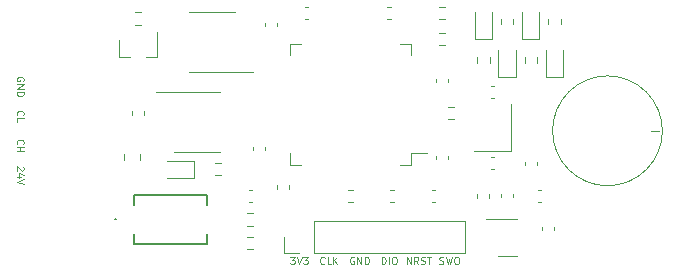
<source format=gbr>
%TF.GenerationSoftware,KiCad,Pcbnew,6.0.6-3a73a75311~116~ubuntu20.04.1*%
%TF.CreationDate,2022-07-05T10:29:56+02:00*%
%TF.ProjectId,Temperature_Tire_Sensor,54656d70-6572-4617-9475-72655f546972,rev?*%
%TF.SameCoordinates,Original*%
%TF.FileFunction,Legend,Top*%
%TF.FilePolarity,Positive*%
%FSLAX46Y46*%
G04 Gerber Fmt 4.6, Leading zero omitted, Abs format (unit mm)*
G04 Created by KiCad (PCBNEW 6.0.6-3a73a75311~116~ubuntu20.04.1) date 2022-07-05 10:29:56*
%MOMM*%
%LPD*%
G01*
G04 APERTURE LIST*
%ADD10C,0.100000*%
%ADD11C,0.120000*%
%ADD12C,0.200000*%
G04 APERTURE END LIST*
D10*
X154350000Y-107000000D02*
X153700000Y-107000000D01*
X100550000Y-102792857D02*
X100578571Y-102735714D01*
X100578571Y-102650000D01*
X100550000Y-102564285D01*
X100492857Y-102507142D01*
X100435714Y-102478571D01*
X100321428Y-102450000D01*
X100235714Y-102450000D01*
X100121428Y-102478571D01*
X100064285Y-102507142D01*
X100007142Y-102564285D01*
X99978571Y-102650000D01*
X99978571Y-102707142D01*
X100007142Y-102792857D01*
X100035714Y-102821428D01*
X100235714Y-102821428D01*
X100235714Y-102707142D01*
X99978571Y-103078571D02*
X100578571Y-103078571D01*
X99978571Y-103421428D01*
X100578571Y-103421428D01*
X99978571Y-103707142D02*
X100578571Y-103707142D01*
X100578571Y-103850000D01*
X100550000Y-103935714D01*
X100492857Y-103992857D01*
X100435714Y-104021428D01*
X100321428Y-104050000D01*
X100235714Y-104050000D01*
X100121428Y-104021428D01*
X100064285Y-103992857D01*
X100007142Y-103935714D01*
X99978571Y-103850000D01*
X99978571Y-103707142D01*
X100035714Y-108121428D02*
X100007142Y-108092857D01*
X99978571Y-108007142D01*
X99978571Y-107950000D01*
X100007142Y-107864285D01*
X100064285Y-107807142D01*
X100121428Y-107778571D01*
X100235714Y-107750000D01*
X100321428Y-107750000D01*
X100435714Y-107778571D01*
X100492857Y-107807142D01*
X100550000Y-107864285D01*
X100578571Y-107950000D01*
X100578571Y-108007142D01*
X100550000Y-108092857D01*
X100521428Y-108121428D01*
X99978571Y-108378571D02*
X100578571Y-108378571D01*
X100292857Y-108378571D02*
X100292857Y-108721428D01*
X99978571Y-108721428D02*
X100578571Y-108721428D01*
X130885714Y-118271428D02*
X130885714Y-117671428D01*
X131028571Y-117671428D01*
X131114285Y-117700000D01*
X131171428Y-117757142D01*
X131200000Y-117814285D01*
X131228571Y-117928571D01*
X131228571Y-118014285D01*
X131200000Y-118128571D01*
X131171428Y-118185714D01*
X131114285Y-118242857D01*
X131028571Y-118271428D01*
X130885714Y-118271428D01*
X131485714Y-118271428D02*
X131485714Y-117671428D01*
X131885714Y-117671428D02*
X132000000Y-117671428D01*
X132057142Y-117700000D01*
X132114285Y-117757142D01*
X132142857Y-117871428D01*
X132142857Y-118071428D01*
X132114285Y-118185714D01*
X132057142Y-118242857D01*
X132000000Y-118271428D01*
X131885714Y-118271428D01*
X131828571Y-118242857D01*
X131771428Y-118185714D01*
X131742857Y-118071428D01*
X131742857Y-117871428D01*
X131771428Y-117757142D01*
X131828571Y-117700000D01*
X131885714Y-117671428D01*
X123157142Y-117671428D02*
X123528571Y-117671428D01*
X123328571Y-117900000D01*
X123414285Y-117900000D01*
X123471428Y-117928571D01*
X123500000Y-117957142D01*
X123528571Y-118014285D01*
X123528571Y-118157142D01*
X123500000Y-118214285D01*
X123471428Y-118242857D01*
X123414285Y-118271428D01*
X123242857Y-118271428D01*
X123185714Y-118242857D01*
X123157142Y-118214285D01*
X123700000Y-117671428D02*
X123900000Y-118271428D01*
X124100000Y-117671428D01*
X124242857Y-117671428D02*
X124614285Y-117671428D01*
X124414285Y-117900000D01*
X124500000Y-117900000D01*
X124557142Y-117928571D01*
X124585714Y-117957142D01*
X124614285Y-118014285D01*
X124614285Y-118157142D01*
X124585714Y-118214285D01*
X124557142Y-118242857D01*
X124500000Y-118271428D01*
X124328571Y-118271428D01*
X124271428Y-118242857D01*
X124242857Y-118214285D01*
X135771428Y-118242857D02*
X135857142Y-118271428D01*
X136000000Y-118271428D01*
X136057142Y-118242857D01*
X136085714Y-118214285D01*
X136114285Y-118157142D01*
X136114285Y-118100000D01*
X136085714Y-118042857D01*
X136057142Y-118014285D01*
X136000000Y-117985714D01*
X135885714Y-117957142D01*
X135828571Y-117928571D01*
X135800000Y-117900000D01*
X135771428Y-117842857D01*
X135771428Y-117785714D01*
X135800000Y-117728571D01*
X135828571Y-117700000D01*
X135885714Y-117671428D01*
X136028571Y-117671428D01*
X136114285Y-117700000D01*
X136314285Y-117671428D02*
X136457142Y-118271428D01*
X136571428Y-117842857D01*
X136685714Y-118271428D01*
X136828571Y-117671428D01*
X137171428Y-117671428D02*
X137285714Y-117671428D01*
X137342857Y-117700000D01*
X137400000Y-117757142D01*
X137428571Y-117871428D01*
X137428571Y-118071428D01*
X137400000Y-118185714D01*
X137342857Y-118242857D01*
X137285714Y-118271428D01*
X137171428Y-118271428D01*
X137114285Y-118242857D01*
X137057142Y-118185714D01*
X137028571Y-118071428D01*
X137028571Y-117871428D01*
X137057142Y-117757142D01*
X137114285Y-117700000D01*
X137171428Y-117671428D01*
X100521428Y-110035714D02*
X100550000Y-110064285D01*
X100578571Y-110121428D01*
X100578571Y-110264285D01*
X100550000Y-110321428D01*
X100521428Y-110350000D01*
X100464285Y-110378571D01*
X100407142Y-110378571D01*
X100321428Y-110350000D01*
X99978571Y-110007142D01*
X99978571Y-110378571D01*
X100378571Y-110892857D02*
X99978571Y-110892857D01*
X100607142Y-110750000D02*
X100178571Y-110607142D01*
X100178571Y-110978571D01*
X100578571Y-111121428D02*
X99978571Y-111321428D01*
X100578571Y-111521428D01*
X128542857Y-117700000D02*
X128485714Y-117671428D01*
X128400000Y-117671428D01*
X128314285Y-117700000D01*
X128257142Y-117757142D01*
X128228571Y-117814285D01*
X128200000Y-117928571D01*
X128200000Y-118014285D01*
X128228571Y-118128571D01*
X128257142Y-118185714D01*
X128314285Y-118242857D01*
X128400000Y-118271428D01*
X128457142Y-118271428D01*
X128542857Y-118242857D01*
X128571428Y-118214285D01*
X128571428Y-118014285D01*
X128457142Y-118014285D01*
X128828571Y-118271428D02*
X128828571Y-117671428D01*
X129171428Y-118271428D01*
X129171428Y-117671428D01*
X129457142Y-118271428D02*
X129457142Y-117671428D01*
X129600000Y-117671428D01*
X129685714Y-117700000D01*
X129742857Y-117757142D01*
X129771428Y-117814285D01*
X129800000Y-117928571D01*
X129800000Y-118014285D01*
X129771428Y-118128571D01*
X129742857Y-118185714D01*
X129685714Y-118242857D01*
X129600000Y-118271428D01*
X129457142Y-118271428D01*
X126042857Y-118214285D02*
X126014285Y-118242857D01*
X125928571Y-118271428D01*
X125871428Y-118271428D01*
X125785714Y-118242857D01*
X125728571Y-118185714D01*
X125700000Y-118128571D01*
X125671428Y-118014285D01*
X125671428Y-117928571D01*
X125700000Y-117814285D01*
X125728571Y-117757142D01*
X125785714Y-117700000D01*
X125871428Y-117671428D01*
X125928571Y-117671428D01*
X126014285Y-117700000D01*
X126042857Y-117728571D01*
X126585714Y-118271428D02*
X126300000Y-118271428D01*
X126300000Y-117671428D01*
X126785714Y-118271428D02*
X126785714Y-117671428D01*
X127128571Y-118271428D02*
X126871428Y-117928571D01*
X127128571Y-117671428D02*
X126785714Y-118014285D01*
X133014285Y-118271428D02*
X133014285Y-117671428D01*
X133357142Y-118271428D01*
X133357142Y-117671428D01*
X133985714Y-118271428D02*
X133785714Y-117985714D01*
X133642857Y-118271428D02*
X133642857Y-117671428D01*
X133871428Y-117671428D01*
X133928571Y-117700000D01*
X133957142Y-117728571D01*
X133985714Y-117785714D01*
X133985714Y-117871428D01*
X133957142Y-117928571D01*
X133928571Y-117957142D01*
X133871428Y-117985714D01*
X133642857Y-117985714D01*
X134214285Y-118242857D02*
X134300000Y-118271428D01*
X134442857Y-118271428D01*
X134500000Y-118242857D01*
X134528571Y-118214285D01*
X134557142Y-118157142D01*
X134557142Y-118100000D01*
X134528571Y-118042857D01*
X134500000Y-118014285D01*
X134442857Y-117985714D01*
X134328571Y-117957142D01*
X134271428Y-117928571D01*
X134242857Y-117900000D01*
X134214285Y-117842857D01*
X134214285Y-117785714D01*
X134242857Y-117728571D01*
X134271428Y-117700000D01*
X134328571Y-117671428D01*
X134471428Y-117671428D01*
X134557142Y-117700000D01*
X134728571Y-117671428D02*
X135071428Y-117671428D01*
X134900000Y-118271428D02*
X134900000Y-117671428D01*
X100035714Y-105692857D02*
X100007142Y-105664285D01*
X99978571Y-105578571D01*
X99978571Y-105521428D01*
X100007142Y-105435714D01*
X100064285Y-105378571D01*
X100121428Y-105350000D01*
X100235714Y-105321428D01*
X100321428Y-105321428D01*
X100435714Y-105350000D01*
X100492857Y-105378571D01*
X100550000Y-105435714D01*
X100578571Y-105521428D01*
X100578571Y-105578571D01*
X100550000Y-105664285D01*
X100521428Y-105692857D01*
X99978571Y-106235714D02*
X99978571Y-105950000D01*
X100578571Y-105950000D01*
D11*
%TO.C,C13*%
X109740000Y-105640580D02*
X109740000Y-105359420D01*
X110760000Y-105640580D02*
X110760000Y-105359420D01*
%TO.C,U2*%
X115250000Y-103690000D02*
X111800000Y-103690000D01*
X115250000Y-108810000D02*
X117200000Y-108810000D01*
X115250000Y-103690000D02*
X117200000Y-103690000D01*
X115250000Y-108810000D02*
X113300000Y-108810000D01*
%TO.C,C1*%
X119890580Y-112012000D02*
X119609420Y-112012000D01*
X119890580Y-113032000D02*
X119609420Y-113032000D01*
%TO.C,C6*%
X131359420Y-97510000D02*
X131640580Y-97510000D01*
X131359420Y-96490000D02*
X131640580Y-96490000D01*
%TO.C,U1*%
X132410000Y-99640000D02*
X133360000Y-99640000D01*
X124090000Y-99640000D02*
X123140000Y-99640000D01*
X124090000Y-109860000D02*
X123140000Y-109860000D01*
X133360000Y-99640000D02*
X133360000Y-100590000D01*
X132410000Y-109860000D02*
X133360000Y-109860000D01*
X123140000Y-99640000D02*
X123140000Y-100590000D01*
X133360000Y-108910000D02*
X134700000Y-108910000D01*
X123140000Y-109860000D02*
X123140000Y-108910000D01*
X133360000Y-109860000D02*
X133360000Y-108910000D01*
%TO.C,R5*%
X136237258Y-98727500D02*
X135762742Y-98727500D01*
X136237258Y-99772500D02*
X135762742Y-99772500D01*
%TO.C,U3*%
X141500000Y-114440000D02*
X142300000Y-114440000D01*
X141500000Y-114440000D02*
X139700000Y-114440000D01*
X141500000Y-117560000D02*
X142300000Y-117560000D01*
X141500000Y-117560000D02*
X140700000Y-117560000D01*
%TO.C,C3*%
X135490000Y-109109420D02*
X135490000Y-109390580D01*
X136510000Y-109109420D02*
X136510000Y-109390580D01*
%TO.C,R8*%
X140022500Y-101237258D02*
X140022500Y-100762742D01*
X138977500Y-101237258D02*
X138977500Y-100762742D01*
%TO.C,C14*%
X144010000Y-109890580D02*
X144010000Y-109609420D01*
X142990000Y-109890580D02*
X142990000Y-109609420D01*
%TO.C,D3*%
X140765000Y-102485000D02*
X142235000Y-102485000D01*
X140765000Y-100200000D02*
X140765000Y-102485000D01*
X142235000Y-102485000D02*
X142235000Y-100200000D01*
D12*
%TO.C,SW1*%
X109900000Y-116550000D02*
X116100000Y-116550000D01*
X108400000Y-114500000D02*
X108400000Y-114500000D01*
X108300000Y-114500000D02*
X108300000Y-114500000D01*
X109900000Y-115700000D02*
X109900000Y-116550000D01*
X109900000Y-113300000D02*
X109900000Y-112450000D01*
X108300000Y-114500000D02*
X108300000Y-114500000D01*
X109900000Y-112450000D02*
X116100000Y-112450000D01*
X116100000Y-116550000D02*
X116100000Y-115700000D01*
X116100000Y-112450000D02*
X116100000Y-113300000D01*
X108300000Y-114500000D02*
G75*
G03*
X108400000Y-114500000I50000J0D01*
G01*
X108300000Y-114500000D02*
G75*
G03*
X108400000Y-114500000I50000J0D01*
G01*
X108400000Y-114500000D02*
G75*
G03*
X108300000Y-114500000I-50000J0D01*
G01*
D11*
%TO.C,C5*%
X140390580Y-109240000D02*
X140109420Y-109240000D01*
X140390580Y-110260000D02*
X140109420Y-110260000D01*
%TO.C,D1*%
X144235000Y-99235000D02*
X144235000Y-96950000D01*
X142765000Y-99235000D02*
X144235000Y-99235000D01*
X142765000Y-96950000D02*
X142765000Y-99235000D01*
%TO.C,FB4*%
X120990000Y-97837221D02*
X120990000Y-98162779D01*
X122010000Y-97837221D02*
X122010000Y-98162779D01*
%TO.C,C7*%
X140109420Y-103240000D02*
X140390580Y-103240000D01*
X140109420Y-104260000D02*
X140390580Y-104260000D01*
%TO.C,R12*%
X116762742Y-110772500D02*
X117237258Y-110772500D01*
X116762742Y-109727500D02*
X117237258Y-109727500D01*
%TO.C,R7*%
X110012742Y-96977500D02*
X110487258Y-96977500D01*
X110012742Y-98022500D02*
X110487258Y-98022500D01*
%TO.C,C10*%
X131890580Y-113010000D02*
X131609420Y-113010000D01*
X131890580Y-111990000D02*
X131609420Y-111990000D01*
%TO.C,C2*%
X135109420Y-113010000D02*
X135390580Y-113010000D01*
X135109420Y-111990000D02*
X135390580Y-111990000D01*
%TO.C,U4*%
X116500000Y-96940000D02*
X114550000Y-96940000D01*
X116500000Y-102060000D02*
X114550000Y-102060000D01*
X116500000Y-96940000D02*
X118450000Y-96940000D01*
X116500000Y-102060000D02*
X119950000Y-102060000D01*
%TO.C,R10*%
X119987258Y-117022500D02*
X119512742Y-117022500D01*
X119987258Y-115977500D02*
X119512742Y-115977500D01*
%TO.C,C9*%
X119990000Y-108640580D02*
X119990000Y-108359420D01*
X121010000Y-108640580D02*
X121010000Y-108359420D01*
%TO.C,D4*%
X146235000Y-102485000D02*
X146235000Y-100200000D01*
X144765000Y-100200000D02*
X144765000Y-102485000D01*
X144765000Y-102485000D02*
X146235000Y-102485000D01*
%TO.C,R6*%
X136237258Y-96477500D02*
X135762742Y-96477500D01*
X136237258Y-97522500D02*
X135762742Y-97522500D01*
%TO.C,D6*%
X114985000Y-109515000D02*
X112700000Y-109515000D01*
X112700000Y-110985000D02*
X114985000Y-110985000D01*
X114985000Y-110985000D02*
X114985000Y-109515000D01*
%TO.C,R3*%
X119512742Y-115022500D02*
X119987258Y-115022500D01*
X119512742Y-113977500D02*
X119987258Y-113977500D01*
%TO.C,R1*%
X128487258Y-111977500D02*
X128012742Y-111977500D01*
X128487258Y-113022500D02*
X128012742Y-113022500D01*
%TO.C,D5*%
X138765000Y-99235000D02*
X140235000Y-99235000D01*
X138765000Y-96950000D02*
X138765000Y-99235000D01*
X140235000Y-99235000D02*
X140235000Y-96950000D01*
%TO.C,F1*%
X109040000Y-109508578D02*
X109040000Y-108991422D01*
X110460000Y-109508578D02*
X110460000Y-108991422D01*
%TO.C,R4*%
X136512742Y-106022500D02*
X136987258Y-106022500D01*
X136512742Y-104977500D02*
X136987258Y-104977500D01*
%TO.C,D2*%
X111830000Y-100760000D02*
X111830000Y-98600000D01*
X108670000Y-100760000D02*
X109600000Y-100760000D01*
X108670000Y-100760000D02*
X108670000Y-99300000D01*
X111830000Y-100760000D02*
X110900000Y-100760000D01*
%TO.C,C12*%
X144490000Y-115109420D02*
X144490000Y-115390580D01*
X145510000Y-115109420D02*
X145510000Y-115390580D01*
D10*
%TO.C,IC1*%
X146711953Y-110288047D02*
X146711953Y-110288047D01*
X153288046Y-103711954D02*
X153288046Y-103711954D01*
X146711954Y-110288046D02*
G75*
G03*
X153288046Y-103711954I3288046J3288046D01*
G01*
X153288047Y-103711953D02*
G75*
G03*
X146711953Y-110288047I-3288047J-3288047D01*
G01*
D11*
%TO.C,R2*%
X146022500Y-97987258D02*
X146022500Y-97512742D01*
X144977500Y-97987258D02*
X144977500Y-97512742D01*
%TO.C,FB2*%
X140010000Y-112337221D02*
X140010000Y-112662779D01*
X138990000Y-112337221D02*
X138990000Y-112662779D01*
%TO.C,C8*%
X124359420Y-97510000D02*
X124640580Y-97510000D01*
X124359420Y-96490000D02*
X124640580Y-96490000D01*
%TO.C,J1*%
X125170000Y-114670000D02*
X137930000Y-114670000D01*
X125170000Y-117330000D02*
X137930000Y-117330000D01*
X123900000Y-117330000D02*
X122570000Y-117330000D01*
X137930000Y-117330000D02*
X137930000Y-114670000D01*
X122570000Y-117330000D02*
X122570000Y-116000000D01*
X125170000Y-117330000D02*
X125170000Y-114670000D01*
%TO.C,C4*%
X135492000Y-102609420D02*
X135492000Y-102890580D01*
X136512000Y-102609420D02*
X136512000Y-102890580D01*
%TO.C,Y1*%
X138675000Y-108750000D02*
X141825000Y-108750000D01*
X141825000Y-108750000D02*
X141825000Y-104750000D01*
%TO.C,R9*%
X142977500Y-101237258D02*
X142977500Y-100762742D01*
X144022500Y-101237258D02*
X144022500Y-100762742D01*
%TO.C,C11*%
X140990000Y-112640580D02*
X140990000Y-112359420D01*
X142010000Y-112640580D02*
X142010000Y-112359420D01*
%TO.C,FB1*%
X121990000Y-111912779D02*
X121990000Y-111587221D01*
X123010000Y-111912779D02*
X123010000Y-111587221D01*
%TO.C,R11*%
X140977500Y-97987258D02*
X140977500Y-97512742D01*
X142022500Y-97987258D02*
X142022500Y-97512742D01*
%TO.C,FB3*%
X144412779Y-113010000D02*
X144087221Y-113010000D01*
X144412779Y-111990000D02*
X144087221Y-111990000D01*
%TD*%
M02*

</source>
